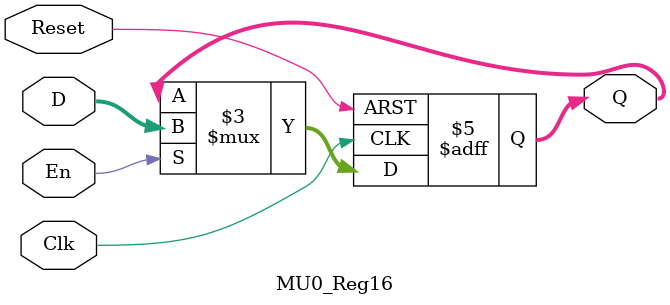
<source format=v>

`timescale 1ns/100ps

// for simulation purposes, do not delete
`default_nettype none

// module definition

module MU0_Reg16 (
input  wire        Clk, 
input  wire        Reset,     
input  wire        En, 
input  wire [15:0] D, 
output reg  [15:0] Q
 );

// behavioural code - clock driven

always @ (posedge Clk or posedge Reset)
if (Reset)
Q <= 16'h0000;  // Reset Q to 16'h0000
else if (En)
Q <= D;         // Load D into Q when En is high
else
Q <= Q;         // Hold Q value when En is low

endmodule  

// for simulation purposes, do not delete
`default_nettype wire

</source>
